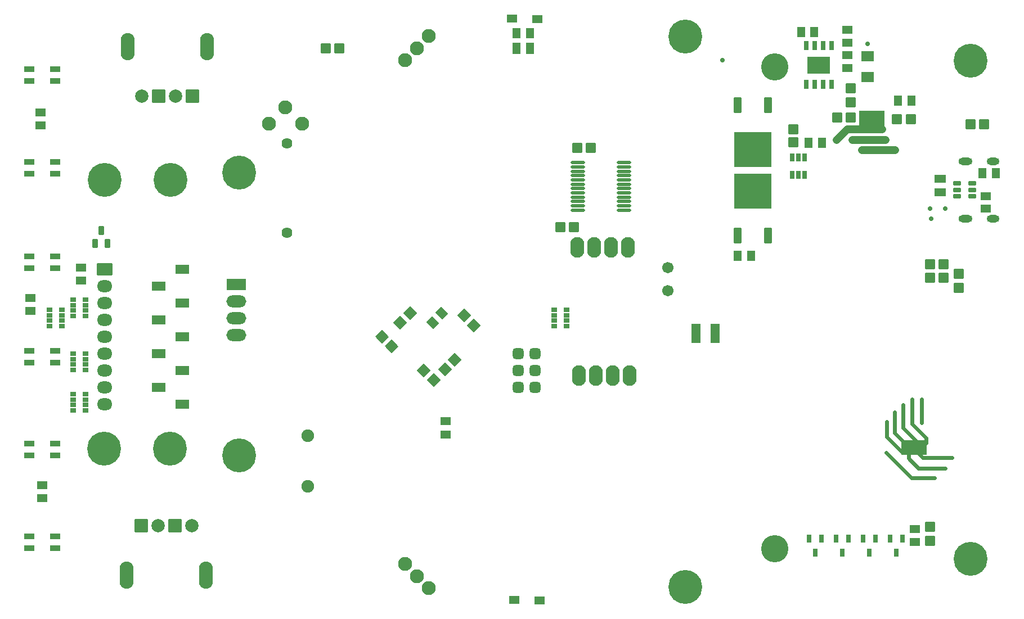
<source format=gbs>
G04 Layer: BottomSolderMaskLayer*
G04 EasyEDA Pro v2.2.40.8, 2025-09-21 19:38:57*
G04 Gerber Generator version 0.3*
G04 Scale: 100 percent, Rotated: No, Reflected: No*
G04 Dimensions in millimeters*
G04 Leading zeros omitted, absolute positions, 4 integers and 5 decimals*
G04 Generated by one-click*
%FSLAX45Y45*%
%MOMM*%
%AMRoundRect*1,1,$1,$2,$3*1,1,$1,$4,$5*1,1,$1,0-$2,0-$3*1,1,$1,0-$4,0-$5*20,1,$1,$2,$3,$4,$5,0*20,1,$1,$4,$5,0-$2,0-$3,0*20,1,$1,0-$2,0-$3,0-$4,0-$5,0*20,1,$1,0-$4,0-$5,$2,$3,0*4,1,4,$2,$3,$4,$5,0-$2,0-$3,0-$4,0-$5,$2,$3,0*%
%ADD10C,1.2192*%
%ADD11C,0.6096*%
%ADD12C,5.102*%
%ADD13O,2.102X4.102*%
%ADD14C,0.7116*%
%ADD15O,2.1879X0.46561*%
%ADD16O,2.18361X0.46561*%
%ADD17RoundRect,0.09495X-0.70833X0.67833X0.70833X0.67833*%
%ADD18C,1.9016*%
%ADD19RoundRect,0.09495X0.00581X-0.98072X-0.98006X0.03661*%
%ADD20RoundRect,0.09495X-0.98051X-0.02121X0.02121X0.98051*%
%ADD21RoundRect,0.09495X0.02121X-0.98051X-0.98051X0.02121*%
%ADD22RoundRect,0.08756X-0.54302X-0.27302X-0.54302X0.27302*%
%ADD23RoundRect,0.09387X-0.69237X-0.57013X-0.69237X0.57013*%
%ADD24RoundRect,0.08875X-0.30643X0.60642X0.30643X0.60642*%
%ADD25RoundRect,0.09763X-1.65198X1.20198X1.65198X1.20198*%
%ADD26RoundRect,0.09387X-0.57013X0.69237X0.57013X0.69237*%
%ADD27RoundRect,0.87365X-0.38897X-0.38897X-0.38897X0.38897*%
%ADD28C,4.10002*%
%ADD29RoundRect,0.09495X-0.67833X-0.70833X-0.67833X0.70833*%
%ADD30C,0.61*%
%ADD31RoundRect,0.09549X-0.86705X-0.74556X-0.86705X0.74556*%
%ADD32RoundRect,0.17384X-0.78968X-0.51468X-0.78968X0.51468*%
%ADD33O,2.1016X1.1016*%
%ADD34O,1.9016X1.1016*%
%ADD35RoundRect,0.09669X-0.95245X0.95245X0.95245X0.95245*%
%ADD36C,2.0016*%
%ADD37RoundRect,0.08906X-0.30647X-0.55647X-0.30647X0.55647*%
%ADD38C,1.7016*%
%ADD39RoundRect,0.08906X-0.30647X-0.54147X-0.30647X0.54147*%
%ADD40RoundRect,0.10008X-2.77777X-2.60312X-2.77777X2.60312*%
%ADD41RoundRect,0.0938X-0.53611X-1.11326X-0.53611X1.11326*%
%ADD42O,2.102X3.102*%
%ADD43R,3.0X1.8*%
%ADD44O,3.0X1.8*%
%ADD45C,2.1016*%
%ADD46RoundRect,0.09017X-0.35571X-0.63072X-0.35571X0.63072*%
%ADD47RoundRect,0.08982X-0.40609X-0.3311X-0.40609X0.3311*%
%ADD48RoundRect,0.08722X-0.40739X-0.25739X-0.40739X0.25739*%
%ADD49RoundRect,0.09387X-0.89272X0.08643X-0.08643X0.89272*%
%ADD50RoundRect,0.09654X-1.10273X-0.85273X-1.10273X0.85273*%
%ADD51O,2.302X1.802*%
%ADD52C,1.62403*%
%ADD53RoundRect,0.09049X-0.72725X-0.35575X-0.72725X0.35575*%
%ADD54RoundRect,0.09459X-1.00371X-0.60371X-1.00371X0.60371*%
%ADD55RoundRect,0.09465X-0.64474X1.40747X0.64474X1.40747*%
%ADD56C,2.102*%
%ADD57RoundRect,0.17384X-0.51468X0.78968X0.51468X0.78968*%
%ADD58RoundRect,0.09402X-0.72549X-0.55399X-0.72549X0.55399*%
G75*


G04 PolygonModel Start*
G54D10*
G01X10452100Y7099300D02*
G01X10617200Y7264400D01*
G01X11137900Y7264400D01*
G01X10695871Y7099300D02*
G01X11194440Y7099300D01*
G01X10840365Y6945440D02*
G01X11338935Y6945440D01*
G54D11*
G01X11480800Y2540000D02*
G01X11331019Y2689781D01*
G01X11331019Y3002389D01*
G01X11441509Y2402921D02*
G01X11212435Y2631995D01*
G01X11212435Y2857495D01*
G01X11684000Y2540000D02*
G01X11457600Y2766400D01*
G01X11457600Y3113375D01*
G01X11800898Y2538799D02*
G01X11800898Y2613559D01*
G01X11589240Y2825217D01*
G01X11589240Y3200400D01*
G01X11734800Y2844800D02*
G01X11734800Y3200400D01*
G01X11684000Y2387600D02*
G01X11753553Y2318047D01*
G01X12192000Y2318047D01*
G01X11542179Y2403218D02*
G01X11542179Y2303412D01*
G01X11686591Y2159000D01*
G01X12090400Y2159000D01*
G01X11201400Y2388799D02*
G01X11580327Y2009872D01*
G01X11932140Y2009872D01*

G04 Rect Start*
G36*
G01X11430000Y2362200D02*
G01X11430000Y2575306D01*
G01X11812598Y2575306D01*
G01X11812598Y2362200D01*
G01X11430000Y2362200D01*
G37*
G36*
G01X10795000Y7289800D02*
G01X10795000Y7543800D01*
G01X11176000Y7543800D01*
G01X11176000Y7289800D01*
G01X10795000Y7289800D01*
G37*
G04 Rect End*

G04 Pad Start*
G54D12*
G01X431800Y6502400D03*
G01X1463040Y2346960D03*
G01X426720Y2453640D03*
G01X1463040Y6609080D03*
G54D13*
G01X-228600Y546100D03*
G01X965200Y546100D03*
G01X977900Y8509000D03*
G01X-215900Y8509000D03*
G54D12*
G01X12473376Y793572D03*
G54D14*
G01X11861800Y6070600D03*
G01X12090400Y6070600D03*
G01X10922000Y8547100D03*
G01X11874500Y5918200D03*
G01X8737600Y8305800D03*
G54D12*
G01X8178800Y8661400D03*
G01X8178800Y370840D03*
G01X12473376Y8293583D03*
G01X-558800Y6502400D03*
G01X-563880Y2453640D03*
G54D16*
G01X7257898Y6758305D03*
G01X7257898Y6693306D03*
G01X7257898Y6628308D03*
G01X7257898Y6563309D03*
G01X7257898Y6498311D03*
G01X7257898Y6433287D03*
G01X7257898Y6368288D03*
G01X7257898Y6303289D03*
G01X7257898Y6238291D03*
G01X7257898Y6173292D03*
G01X7257898Y6108294D03*
G01X7257898Y6043295D03*
G01X6559702Y6758305D03*
G01X6559702Y6693306D03*
G01X6559702Y6628308D03*
G01X6559702Y6563309D03*
G01X6559702Y6498311D03*
G01X6559702Y6433287D03*
G01X6559702Y6368288D03*
G01X6559702Y6303289D03*
G01X6559702Y6238291D03*
G01X6559702Y6173292D03*
G01X6559702Y6108294D03*
G01X6559702Y6043295D03*
G54D17*
G01X6297803Y5791200D03*
G01X6503797Y5791200D03*
G01X6757797Y6985000D03*
G01X6551803Y6985000D03*
G54D18*
G01X2499360Y2645677D03*
G01X2499360Y1885683D03*
G54D19*
G01X3754683Y3990041D03*
G01X3611317Y4137959D03*
G54D20*
G01X3889570Y4346770D03*
G01X4035230Y4492430D03*
G54D21*
G01X4848420Y4454330D03*
G01X4994080Y4308670D03*
G01X4390830Y3483170D03*
G01X4245170Y3628830D03*
G54D22*
G01X12497410Y6444996D03*
G01X12497410Y6350000D03*
G01X12497410Y6255004D03*
G01X12267590Y6255004D03*
G01X12267590Y6350000D03*
G01X12267590Y6444996D03*
G54D23*
G01X12700000Y6256122D03*
G01X12700000Y6062878D03*
G54D24*
G01X9994900Y8520430D03*
G01X10121900Y8520430D03*
G01X10248900Y8520430D03*
G01X10375900Y8520430D03*
G01X10375900Y7938770D03*
G01X10248900Y7938770D03*
G01X10121900Y7938770D03*
G01X9994900Y7938770D03*
G54D25*
G01X10185400Y8229600D03*
G54D23*
G01X10617200Y8561400D03*
G01X10617200Y8761400D03*
G54D26*
G01X9920300Y8724900D03*
G01X10120300Y8724900D03*
G54D17*
G01X12066397Y5232400D03*
G01X11860403Y5232400D03*
G54D27*
G01X5664200Y3886199D03*
G01X5918200Y3886199D03*
G01X5664200Y3632200D03*
G01X5918200Y3632200D03*
G01X5664200Y3378201D03*
G01X5918200Y3378201D03*
G54D23*
G01X4572000Y2662250D03*
G01X4572000Y2862250D03*
G54D28*
G01X9525000Y8196986D03*
G01X9525000Y947014D03*
G54D29*
G01X12293600Y4875403D03*
G01X12293600Y5081397D03*
G54D20*
G01X4708330Y3787580D03*
G01X4562670Y3641920D03*
G54D26*
G01X12650800Y6604000D03*
G01X12850800Y6604000D03*
G54D17*
G01X12066397Y5029200D03*
G01X11860403Y5029200D03*
G54D29*
G01X10668000Y7669403D03*
G01X10668000Y7875397D03*
G54D30*
G01X11475720Y2463800D03*
G01X11673840Y2463800D03*
G01X11542179Y2403218D03*
G01X11542179Y2464178D03*
G01X11542179Y2525138D03*
G01X11607361Y2403218D03*
G01X11607361Y2464178D03*
G01X11607361Y2525138D03*
G54D31*
G01X10922000Y8044942D03*
G01X10922000Y8363458D03*
G54D32*
G01X12014200Y6313500D03*
G01X12014200Y6513500D03*
G54D17*
G01X11365103Y7416800D03*
G01X11571097Y7416800D03*
G54D33*
G01X12392419Y5917997D03*
G01X12392393Y6782003D03*
G54D34*
G01X12810401Y6782003D03*
G01X12810401Y5917997D03*
G54D35*
G01X495300Y1295400D03*
G54D36*
G01X749300Y1295400D03*
G54D35*
G01X762000Y7759700D03*
G54D36*
G01X508000Y7759700D03*
G54D35*
G01X254000Y7759700D03*
G54D36*
G01X0Y7759700D03*
G54D35*
G01X-8989Y1295400D03*
G54D36*
G01X245011Y1295400D03*
G54D17*
G01X10463403Y7442200D03*
G01X10669397Y7442200D03*
G54D26*
G01X10034600Y7061200D03*
G01X10234600Y7061200D03*
G54D37*
G01X9785604Y6570599D03*
G01X9880600Y6570599D03*
G01X9975596Y6570599D03*
G01X9975596Y6840601D03*
G01X9880600Y6840601D03*
G01X9785604Y6840601D03*
G54D26*
G01X9167800Y5359400D03*
G01X8967800Y5359400D03*
G54D38*
G01X7912100Y4828794D03*
G01X7912100Y5178806D03*
G54D23*
G01X11633200Y1243000D03*
G01X11633200Y1043000D03*
G54D29*
G01X11861800Y1065403D03*
G01X11861800Y1271397D03*
G54D26*
G01X11580800Y7696200D03*
G01X11380800Y7696200D03*
G54D39*
G01X11353800Y887095D03*
G01X11448796Y1094105D03*
G01X11258804Y1094105D03*
G01X10947400Y887095D03*
G01X11042396Y1094105D03*
G01X10852404Y1094105D03*
G01X10541000Y887095D03*
G01X10635996Y1094105D03*
G01X10446004Y1094105D03*
G01X10134600Y887095D03*
G01X10229596Y1094105D03*
G01X10039604Y1094105D03*
G54D40*
G01X9194800Y6329261D03*
G54D41*
G01X8964803Y5659539D03*
G01X9424797Y5659539D03*
G54D40*
G01X9194800Y6954939D03*
G54D41*
G01X9424797Y7624661D03*
G01X8964803Y7624661D03*
G54D29*
G01X9804400Y7062800D03*
G01X9804400Y7262800D03*
G54D23*
G01X10617200Y8380400D03*
G01X10617200Y8180400D03*
G54D42*
G01X7315200Y5486400D03*
G01X7061200Y5486400D03*
G01X6807200Y5486400D03*
G01X6553200Y5486400D03*
G01X6578600Y3556000D03*
G01X6832600Y3556000D03*
G01X7086600Y3556000D03*
G01X7340600Y3556000D03*
G54D43*
G01X1422400Y4927599D03*
G54D44*
G01X1422400Y4673600D03*
G01X1422400Y4419600D03*
G01X1422400Y4165601D03*
G54D45*
G01X3960595Y713005D03*
G01X4140200Y533400D03*
G01X4319805Y353795D03*
G01X3960595Y8303995D03*
G01X4140200Y8483600D03*
G01X4319805Y8663205D03*
G54D17*
G01X12675997Y7340600D03*
G01X12470003Y7340600D03*
G01X2973197Y8483600D03*
G01X2767203Y8483600D03*
G54D46*
G01X-514604Y5538800D03*
G01X-704596Y5538800D03*
G01X-609600Y5738800D03*
G54D23*
G01X-1524000Y7516800D03*
G01X-1524000Y7316800D03*
G01X-1676400Y4722800D03*
G01X-1676400Y4522800D03*
G01X-1498600Y1903400D03*
G01X-1498600Y1703400D03*
G01X-914400Y5180000D03*
G01X-914400Y4980000D03*
G54D47*
G01X-1385405Y4299610D03*
G01X-1205395Y4299610D03*
G54D48*
G01X-1385405Y4379595D03*
G01X-1205395Y4379595D03*
G01X-1385405Y4459605D03*
G01X-1205395Y4459605D03*
G54D47*
G01X-1385405Y4539590D03*
G01X-1205395Y4539590D03*
G01X-849795Y3269590D03*
G01X-1029805Y3269590D03*
G54D48*
G01X-849795Y3189605D03*
G01X-1029805Y3189605D03*
G01X-849795Y3109595D03*
G01X-1029805Y3109595D03*
G54D47*
G01X-849795Y3029610D03*
G01X-1029805Y3029610D03*
G01X-849795Y3879190D03*
G01X-1029805Y3879190D03*
G54D48*
G01X-849795Y3799205D03*
G01X-1029805Y3799205D03*
G01X-849795Y3719195D03*
G01X-1029805Y3719195D03*
G54D47*
G01X-849795Y3639210D03*
G01X-1029805Y3639210D03*
G01X-1029805Y4452010D03*
G01X-849795Y4452010D03*
G54D48*
G01X-1029805Y4531995D03*
G01X-849795Y4531995D03*
G01X-1029805Y4612005D03*
G01X-849795Y4612005D03*
G54D47*
G01X-1029805Y4691990D03*
G01X-849795Y4691990D03*
G54D49*
G01X4515711Y4490311D03*
G01X4374289Y4348889D03*
G54D50*
G01X-558800Y5156200D03*
G54D51*
G01X-558800Y4902200D03*
G01X-558800Y4648200D03*
G01X-558800Y4394200D03*
G01X-558800Y4140200D03*
G01X-558800Y3886200D03*
G01X-558800Y3632200D03*
G01X-558800Y3378200D03*
G01X-558800Y3124200D03*
G54D47*
G01X6389205Y4539590D03*
G01X6209195Y4539590D03*
G54D48*
G01X6389205Y4459605D03*
G01X6209195Y4459605D03*
G01X6389205Y4379595D03*
G01X6209195Y4379595D03*
G54D47*
G01X6389205Y4299610D03*
G01X6209195Y4299610D03*
G54D52*
G01X2184400Y7050405D03*
G01X2184400Y5700395D03*
G54D53*
G01X-1689748Y8167205D03*
G01X-1689748Y7987195D03*
G01X-1307452Y8167205D03*
G01X-1307452Y7987195D03*
G01X-1689748Y6770205D03*
G01X-1689748Y6590195D03*
G01X-1307452Y6770205D03*
G01X-1307452Y6590195D03*
G01X-1689748Y5347805D03*
G01X-1689748Y5167795D03*
G01X-1307452Y5347805D03*
G01X-1307452Y5167795D03*
G01X-1689748Y3925405D03*
G01X-1689748Y3745395D03*
G01X-1307452Y3925405D03*
G01X-1307452Y3745395D03*
G01X-1689748Y2528405D03*
G01X-1689748Y2348395D03*
G01X-1307452Y2528405D03*
G01X-1307452Y2348395D03*
G01X-1689748Y1131405D03*
G01X-1689748Y951395D03*
G01X-1307452Y1131405D03*
G01X-1307452Y951395D03*
G54D54*
G01X609600Y3124200D03*
G01X256540Y3378200D03*
G01X609600Y3632200D03*
G01X254000Y3886200D03*
G01X609600Y4140200D03*
G01X254000Y4394200D03*
G01X254000Y4902200D03*
G01X609600Y4648200D03*
G01X609600Y5156200D03*
G54D55*
G01X8627720Y4191000D03*
G01X8339480Y4191000D03*
G54D56*
G01X2159000Y7592601D03*
G01X2409000Y7342602D03*
G01X1909001Y7342602D03*
G54D57*
G01X5640400Y8483600D03*
G01X5840400Y8483600D03*
G54D26*
G01X5640400Y8712200D03*
G01X5840400Y8712200D03*
G54D58*
G01X5570651Y8925005D03*
G01X5952550Y8922904D03*
G01X5985800Y168100D03*
G01X5603900Y170200D03*
G04 Pad End*

M02*


</source>
